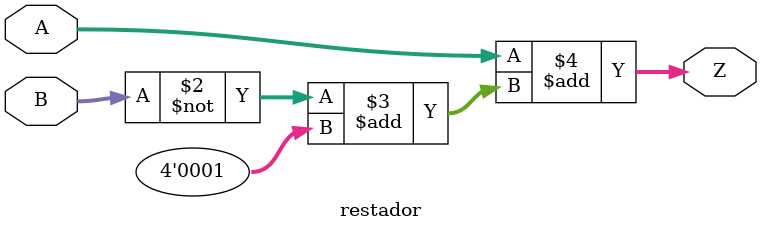
<source format=v>
`timescale 1ns / 1ps


module restador(input [3:0]A, input[3:0]B, output reg [3:0]Z
    );
    
    always @ *
    
      Z <= A + (~B + 4'B0001); 
        //Z <= A - B;
      
            
endmodule

</source>
